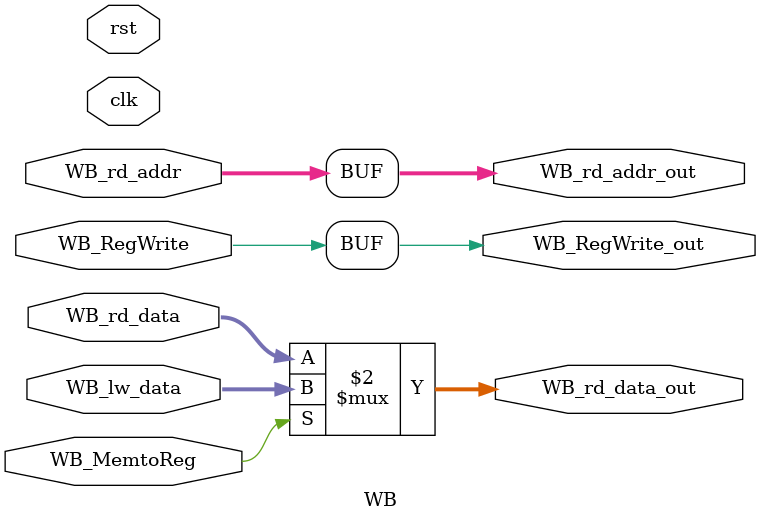
<source format=sv>
module WB(
    input clk,
    input rst,

    input WB_MemtoReg,
    input WB_RegWrite,
    input [31:0] WB_rd_data,
    input [31:0] WB_lw_data,
    input [4:0] WB_rd_addr,

    output [31:0] WB_rd_data_out,
    output [4:0] WB_rd_addr_out,
    output WB_RegWrite_out
);
    assign WB_rd_data_out = (WB_MemtoReg == 1'b0) ? WB_rd_data : WB_lw_data;
    assign WB_rd_addr_out = WB_rd_addr;
    assign WB_RegWrite_out = WB_RegWrite;
    
endmodule
</source>
